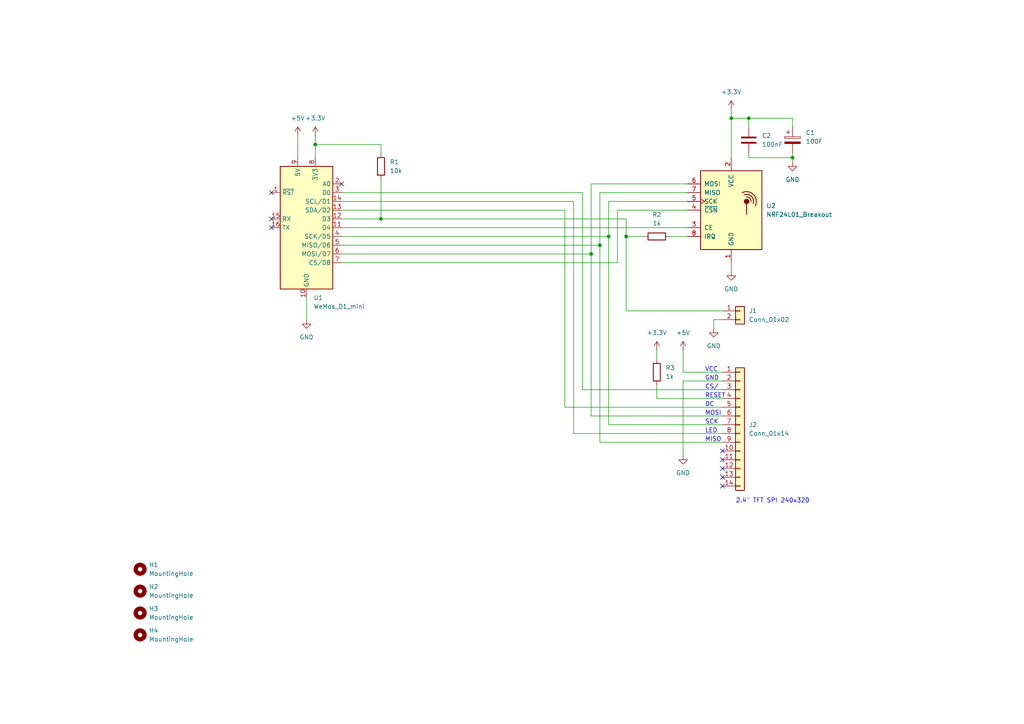
<source format=kicad_sch>
(kicad_sch (version 20211123) (generator eeschema)
  (paper "A4")
  (lib_symbols
    (symbol "Connector_Generic:Conn_01x02" (pin_names (offset 1.016) hide)
      (property "Reference" "J" (at 0 2.54 0))
      (property "Value" "Conn_01x02" (at 0 -5.08 0))
      (symbol "Conn_01x02_1_1"
        (rectangle (start -1.27 -2.413) (end 0 -2.667) (stroke (width 0.1524)))
        (rectangle (start -1.27 0.127) (end 0 -0.127) (stroke (width 0.1524)))
        (rectangle (start -1.27 1.27) (end 1.27 -3.81) (stroke (width 0.254)) (fill (type background)))
        (pin passive line (at -5.08 0 0) (length 3.81) (name "Pin_1") (number "1"))
        (pin passive line (at -5.08 -2.54 0) (length 3.81) (name "Pin_2") (number "2"))
      )
    )
    (symbol "Connector_Generic:Conn_01x14" (pin_names (offset 1.016) hide)
      (property "Reference" "J" (at 0 17.78 0))
      (property "Value" "Conn_01x14" (at 0 -20.32 0))
      (symbol "Conn_01x14_1_1"
        (rectangle (start -1.27 -17.653) (end 0 -17.907) (stroke (width 0.1524)))
        (rectangle (start -1.27 -15.113) (end 0 -15.367) (stroke (width 0.1524)))
        (rectangle (start -1.27 -12.573) (end 0 -12.827) (stroke (width 0.1524)))
        (rectangle (start -1.27 -10.033) (end 0 -10.287) (stroke (width 0.1524)))
        (rectangle (start -1.27 -7.493) (end 0 -7.747) (stroke (width 0.1524)))
        (rectangle (start -1.27 -4.953) (end 0 -5.207) (stroke (width 0.1524)))
        (rectangle (start -1.27 -2.413) (end 0 -2.667) (stroke (width 0.1524)))
        (rectangle (start -1.27 0.127) (end 0 -0.127) (stroke (width 0.1524)))
        (rectangle (start -1.27 2.667) (end 0 2.413) (stroke (width 0.1524)))
        (rectangle (start -1.27 5.207) (end 0 4.953) (stroke (width 0.1524)))
        (rectangle (start -1.27 7.747) (end 0 7.493) (stroke (width 0.1524)))
        (rectangle (start -1.27 10.287) (end 0 10.033) (stroke (width 0.1524)))
        (rectangle (start -1.27 12.827) (end 0 12.573) (stroke (width 0.1524)))
        (rectangle (start -1.27 15.367) (end 0 15.113) (stroke (width 0.1524)))
        (rectangle (start -1.27 16.51) (end 1.27 -19.05) (stroke (width 0.254)) (fill (type background)))
        (pin passive line (at -5.08 15.24 0) (length 3.81) (name "Pin_1") (number "1"))
        (pin passive line (at -5.08 -7.62 0) (length 3.81) (name "Pin_10") (number "10"))
        (pin passive line (at -5.08 -10.16 0) (length 3.81) (name "Pin_11") (number "11"))
        (pin passive line (at -5.08 -12.7 0) (length 3.81) (name "Pin_12") (number "12"))
        (pin passive line (at -5.08 -15.24 0) (length 3.81) (name "Pin_13") (number "13"))
        (pin passive line (at -5.08 -17.78 0) (length 3.81) (name "Pin_14") (number "14"))
        (pin passive line (at -5.08 12.7 0) (length 3.81) (name "Pin_2") (number "2"))
        (pin passive line (at -5.08 10.16 0) (length 3.81) (name "Pin_3") (number "3"))
        (pin passive line (at -5.08 7.62 0) (length 3.81) (name "Pin_4") (number "4"))
        (pin passive line (at -5.08 5.08 0) (length 3.81) (name "Pin_5") (number "5"))
        (pin passive line (at -5.08 2.54 0) (length 3.81) (name "Pin_6") (number "6"))
        (pin passive line (at -5.08 0 0) (length 3.81) (name "Pin_7") (number "7"))
        (pin passive line (at -5.08 -2.54 0) (length 3.81) (name "Pin_8") (number "8"))
        (pin passive line (at -5.08 -5.08 0) (length 3.81) (name "Pin_9") (number "9"))
      )
    )
    (symbol "Device:C" (pin_numbers hide) (pin_names (offset 0.254))
      (property "Reference" "C" (at 0.635 2.54 0))
      (property "Value" "C" (at 0.635 -2.54 0))
      (symbol "C_0_1"
        (polyline (pts (xy -2.032 -0.762) (xy 2.032 -0.762)) (stroke (width 0.508)))
        (polyline (pts (xy -2.032 0.762) (xy 2.032 0.762)) (stroke (width 0.508)))
      )
      (symbol "C_1_1"
        (pin passive line (at 0 3.81 270) (length 2.794) (name "~") (number "1"))
        (pin passive line (at 0 -3.81 90) (length 2.794) (name "~") (number "2"))
      )
    )
    (symbol "Device:C_Polarized" (pin_numbers hide) (pin_names (offset 0.254))
      (property "Reference" "C" (at 0.635 2.54 0))
      (property "Value" "C_Polarized" (at 0.635 -2.54 0))
      (symbol "C_Polarized_0_1"
        (rectangle (start -2.286 0.508) (end 2.286 1.016))
        (polyline (pts (xy -1.778 2.286) (xy -0.762 2.286)))
        (polyline (pts (xy -1.27 2.794) (xy -1.27 1.778)))
        (rectangle (start 2.286 -0.508) (end -2.286 -1.016) (fill (type outline)))
      )
      (symbol "C_Polarized_1_1"
        (pin passive line (at 0 3.81 270) (length 2.794) (name "~") (number "1"))
        (pin passive line (at 0 -3.81 90) (length 2.794) (name "~") (number "2"))
      )
    )
    (symbol "Device:R" (pin_numbers hide) (pin_names (offset 0))
      (property "Reference" "R" (at 2.032 0 90))
      (property "Value" "R" (at 0 0 90))
      (symbol "R_0_1"
        (rectangle (start -1.016 -2.54) (end 1.016 2.54) (stroke (width 0.254)))
      )
      (symbol "R_1_1"
        (pin passive line (at 0 3.81 270) (length 1.27) (name "~") (number "1"))
        (pin passive line (at 0 -3.81 90) (length 1.27) (name "~") (number "2"))
      )
    )
    (symbol "MCU_Module:WeMos_D1_mini"
      (property "Reference" "U" (at 3.81 19.05 0))
      (property "Value" "WeMos_D1_mini" (at 1.27 -19.05 0))
      (symbol "WeMos_D1_mini_1_1"
        (rectangle (start -7.62 17.78) (end 7.62 -17.78) (stroke (width 0.254)) (fill (type background)))
        (pin input line (at -10.16 10.16 0) (length 2.54) (name "~{RST}") (number "1"))
        (pin power_in line (at 0 -20.32 90) (length 2.54) (name "GND") (number "10"))
        (pin bidirectional line (at 10.16 0 180) (length 2.54) (name "D4") (number "11"))
        (pin bidirectional line (at 10.16 2.54 180) (length 2.54) (name "D3") (number "12"))
        (pin bidirectional line (at 10.16 5.08 180) (length 2.54) (name "SDA/D2") (number "13"))
        (pin bidirectional line (at 10.16 7.62 180) (length 2.54) (name "SCL/D1") (number "14"))
        (pin input line (at -10.16 2.54 0) (length 2.54) (name "RX") (number "15"))
        (pin output line (at -10.16 0 0) (length 2.54) (name "TX") (number "16"))
        (pin input line (at 10.16 12.7 180) (length 2.54) (name "A0") (number "2"))
        (pin bidirectional line (at 10.16 10.16 180) (length 2.54) (name "D0") (number "3"))
        (pin bidirectional line (at 10.16 -2.54 180) (length 2.54) (name "SCK/D5") (number "4"))
        (pin bidirectional line (at 10.16 -5.08 180) (length 2.54) (name "MISO/D6") (number "5"))
        (pin bidirectional line (at 10.16 -7.62 180) (length 2.54) (name "MOSI/D7") (number "6"))
        (pin bidirectional line (at 10.16 -10.16 180) (length 2.54) (name "CS/D8") (number "7"))
        (pin power_out line (at 2.54 20.32 270) (length 2.54) (name "3V3") (number "8"))
        (pin power_in line (at -2.54 20.32 270) (length 2.54) (name "5V") (number "9"))
      )
    )
    (symbol "Mechanical:MountingHole" (pin_names (offset 1.016))
      (property "Reference" "H" (at 0 5.08 0))
      (property "Value" "MountingHole" (at 0 3.175 0))
      (symbol "MountingHole_0_1"
        (circle (center 0 0) (radius 1.27) (stroke (width 1.27)))
      )
    )
    (symbol "RF:NRF24L01_Breakout" (pin_names (offset 1.016))
      (property "Reference" "U" (at -8.89 12.7 0))
      (property "Value" "NRF24L01_Breakout" (at 3.81 12.7 0))
      (symbol "NRF24L01_Breakout_0_1"
        (rectangle (start -8.89 11.43) (end 8.89 -11.43) (stroke (width 0.254)) (fill (type background)))
        (polyline (pts (xy 4.445 1.905) (xy 4.445 -1.27)) (stroke (width 0.254)))
        (circle (center 4.445 2.54) (radius 0.635) (stroke (width 0.254)) (fill (type outline)))
        (arc (start 5.715 2.54) (mid 5.3521 3.4546) (end 4.445 3.81) (stroke (width 0.254)))
        (arc (start 6.35 1.905) (mid 5.8763 3.9854) (end 3.81 4.445) (stroke (width 0.254)))
        (arc (start 6.985 1.27) (mid 6.453 4.548) (end 3.175 5.08) (stroke (width 0.254)))
      )
      (symbol "NRF24L01_Breakout_1_1"
        (pin power_in line (at 0 -15.24 90) (length 3.81) (name "GND") (number "1"))
        (pin power_in line (at 0 15.24 270) (length 3.81) (name "VCC") (number "2"))
        (pin input line (at -12.7 -5.08 0) (length 3.81) (name "CE") (number "3"))
        (pin input line (at -12.7 0 0) (length 3.81) (name "~{CSN}") (number "4"))
        (pin input clock (at -12.7 2.54 0) (length 3.81) (name "SCK") (number "5"))
        (pin input line (at -12.7 7.62 0) (length 3.81) (name "MOSI") (number "6"))
        (pin output line (at -12.7 5.08 0) (length 3.81) (name "MISO") (number "7"))
        (pin output line (at -12.7 -7.62 0) (length 3.81) (name "IRQ") (number "8"))
      )
    )
    (symbol "power:+3.3V" (power) (pin_names (offset 0))
      (property "Value" "+3.3V" (at 0 3.556 0))
      (symbol "+3.3V_0_1"
        (polyline (pts (xy -0.762 1.27) (xy 0 2.54)))
        (polyline (pts (xy 0 0) (xy 0 2.54)))
        (polyline (pts (xy 0 2.54) (xy 0.762 1.27)))
      )
      (symbol "+3.3V_1_1"
        (pin power_in line (at 0 0 90) (length 0) hide (name "+3.3V") (number "1"))
      )
    )
    (symbol "power:+5V" (power) (pin_names (offset 0))
      (property "Value" "+5V" (at 0 3.556 0))
      (symbol "+5V_0_1"
        (polyline (pts (xy -0.762 1.27) (xy 0 2.54)))
        (polyline (pts (xy 0 0) (xy 0 2.54)))
        (polyline (pts (xy 0 2.54) (xy 0.762 1.27)))
      )
      (symbol "+5V_1_1"
        (pin power_in line (at 0 0 90) (length 0) hide (name "+5V") (number "1"))
      )
    )
    (symbol "power:GND" (power) (pin_names (offset 0))
      (property "Value" "GND" (at 0 -3.81 0))
      (symbol "GND_0_1"
        (polyline (pts (xy 0 0) (xy 0 -1.27) (xy 1.27 -1.27) (xy 0 -2.54) (xy -1.27 -1.27) (xy 0 -1.27)))
      )
      (symbol "GND_1_1"
        (pin power_in line (at 0 0 270) (length 0) hide (name "GND") (number "1"))
      )
    )
  )
  (junction (at 171.45 73.66))
  (junction (at 181.61 68.58))
  (junction (at 217.17 34.29))
  (junction (at 212.09 34.29))
  (junction (at 110.49 63.5))
  (junction (at 173.99 71.12))
  (junction (at 91.44 41.91))
  (junction (at 229.87 45.72))
  (junction (at 176.53 68.58))
  (no_connect (at 78.74 63.5))
  (no_connect (at 78.74 55.88))
  (no_connect (at 78.74 66.04))
  (no_connect (at 209.55 140.97))
  (no_connect (at 209.55 138.43))
  (no_connect (at 209.55 135.89))
  (no_connect (at 209.55 130.81))
  (no_connect (at 209.55 133.35))
  (no_connect (at 99.06 53.34))
  (wire (pts (xy 217.17 34.29) (xy 217.17 36.83)))
  (wire (pts (xy 217.17 44.45) (xy 217.17 45.72)))
  (wire (pts (xy 86.36 45.72) (xy 86.36 39.37)))
  (wire (pts (xy 173.99 55.88) (xy 199.39 55.88)))
  (wire (pts (xy 91.44 39.37) (xy 91.44 41.91)))
  (wire (pts (xy 217.17 45.72) (xy 229.87 45.72)))
  (wire (pts (xy 198.12 110.49) (xy 209.55 110.49)))
  (wire (pts (xy 181.61 68.58) (xy 186.69 68.58)))
  (wire (pts (xy 176.53 68.58) (xy 176.53 123.19)))
  (wire (pts (xy 91.44 41.91) (xy 110.49 41.91)))
  (wire (pts (xy 209.55 115.57) (xy 190.5 115.57)))
  (wire (pts (xy 176.53 68.58) (xy 176.53 58.42)))
  (wire (pts (xy 194.31 68.58) (xy 199.39 68.58)))
  (wire (pts (xy 209.55 90.17) (xy 181.61 90.17)))
  (wire (pts (xy 99.06 66.04) (xy 199.39 66.04)))
  (wire (pts (xy 99.06 71.12) (xy 173.99 71.12)))
  (wire (pts (xy 99.06 73.66) (xy 171.45 73.66)))
  (wire (pts (xy 99.06 76.2) (xy 179.07 76.2)))
  (wire (pts (xy 198.12 107.95) (xy 198.12 101.6)))
  (wire (pts (xy 198.12 132.08) (xy 198.12 110.49)))
  (wire (pts (xy 110.49 44.45) (xy 110.49 41.91)))
  (wire (pts (xy 212.09 34.29) (xy 217.17 34.29)))
  (wire (pts (xy 209.55 107.95) (xy 198.12 107.95)))
  (wire (pts (xy 99.06 68.58) (xy 176.53 68.58)))
  (wire (pts (xy 166.37 125.73) (xy 209.55 125.73)))
  (wire (pts (xy 163.83 118.11) (xy 209.55 118.11)))
  (wire (pts (xy 212.09 76.2) (xy 212.09 78.74)))
  (wire (pts (xy 171.45 120.65) (xy 209.55 120.65)))
  (wire (pts (xy 99.06 60.96) (xy 163.83 60.96)))
  (wire (pts (xy 110.49 52.07) (xy 110.49 63.5)))
  (wire (pts (xy 179.07 60.96) (xy 199.39 60.96)))
  (wire (pts (xy 176.53 58.42) (xy 199.39 58.42)))
  (wire (pts (xy 229.87 34.29) (xy 229.87 36.83)))
  (wire (pts (xy 163.83 60.96) (xy 163.83 118.11)))
  (wire (pts (xy 212.09 31.75) (xy 212.09 34.29)))
  (wire (pts (xy 99.06 58.42) (xy 166.37 58.42)))
  (wire (pts (xy 168.91 55.88) (xy 168.91 113.03)))
  (wire (pts (xy 181.61 63.5) (xy 181.61 68.58)))
  (wire (pts (xy 168.91 113.03) (xy 209.55 113.03)))
  (wire (pts (xy 110.49 63.5) (xy 181.61 63.5)))
  (wire (pts (xy 88.9 86.36) (xy 88.9 92.71)))
  (wire (pts (xy 229.87 44.45) (xy 229.87 45.72)))
  (wire (pts (xy 173.99 128.27) (xy 209.55 128.27)))
  (wire (pts (xy 176.53 123.19) (xy 209.55 123.19)))
  (wire (pts (xy 91.44 41.91) (xy 91.44 45.72)))
  (wire (pts (xy 229.87 45.72) (xy 229.87 46.99)))
  (wire (pts (xy 173.99 71.12) (xy 173.99 55.88)))
  (wire (pts (xy 171.45 73.66) (xy 171.45 53.34)))
  (wire (pts (xy 190.5 115.57) (xy 190.5 111.76)))
  (wire (pts (xy 181.61 90.17) (xy 181.61 68.58)))
  (wire (pts (xy 166.37 58.42) (xy 166.37 125.73)))
  (wire (pts (xy 99.06 63.5) (xy 110.49 63.5)))
  (wire (pts (xy 171.45 73.66) (xy 171.45 120.65)))
  (wire (pts (xy 209.55 92.71) (xy 207.01 92.71)))
  (wire (pts (xy 207.01 92.71) (xy 207.01 95.25)))
  (wire (pts (xy 217.17 34.29) (xy 229.87 34.29)))
  (wire (pts (xy 179.07 76.2) (xy 179.07 60.96)))
  (wire (pts (xy 171.45 53.34) (xy 199.39 53.34)))
  (wire (pts (xy 173.99 71.12) (xy 173.99 128.27)))
  (wire (pts (xy 99.06 55.88) (xy 168.91 55.88)))
  (wire (pts (xy 190.5 101.6) (xy 190.5 104.14)))
  (wire (pts (xy 212.09 34.29) (xy 212.09 45.72)))
  (text "CS/" (at 204.47 113.03 0) (effects (font (size 1.27 1.27)) (justify left bottom)))
  (text "2.4\" TFT SPI 240x320" (at 213.36 146.05 0) (effects (font (size 1.27 1.27)) (justify left bottom)))
  (text "VCC" (at 204.47 107.95 0) (effects (font (size 1.27 1.27)) (justify left bottom)))
  (text "MOSI" (at 204.47 120.65 0) (effects (font (size 1.27 1.27)) (justify left bottom)))
  (text "SCK" (at 204.47 123.19 0) (effects (font (size 1.27 1.27)) (justify left bottom)))
  (text "DC" (at 204.47 118.11 0) (effects (font (size 1.27 1.27)) (justify left bottom)))
  (text "RESET" (at 204.47 115.57 0) (effects (font (size 1.27 1.27)) (justify left bottom)))
  (text "MISO" (at 204.47 128.27 0) (effects (font (size 1.27 1.27)) (justify left bottom)))
  (text "LED" (at 204.47 125.73 0) (effects (font (size 1.27 1.27)) (justify left bottom)))
  (text "GND" (at 204.47 110.49 0) (effects (font (size 1.27 1.27)) (justify left bottom)))
  (symbol (lib_id "Device:C_Polarized") (at 229.87 40.64 0) (unit 1)
    (property "Reference" "C1" (at 233.68 38.4809 0) (effects (justify left)))
    (property "Value" "100F" (at 233.68 41.0209 0) (effects (justify left)))
    (property "Footprint" "Capacitor_THT:CP_Radial_D5.0mm_P2.50mm" (effects hide))
  )
  (symbol (lib_id "power:GND") (at 88.9 92.71 0) (unit 1)
    (property "Reference" "#PWR02" (effects hide))
    (property "Value" "GND" (at 88.9 97.79 0))
  )
  (symbol (lib_id "power:+5V") (at 198.12 101.6 0) (unit 1)
    (property "Reference" "#PWR05" (effects hide))
    (property "Value" "+5V" (at 198.12 96.52 0))
  )
  (symbol (lib_id "power:GND") (at 212.09 78.74 0) (unit 1)
    (property "Reference" "#PWR09" (effects hide))
    (property "Value" "GND" (at 212.09 83.82 0))
  )
  (symbol (lib_id "power:GND") (at 229.87 46.99 0) (unit 1)
    (property "Reference" "#PWR010" (effects hide))
    (property "Value" "GND" (at 229.87 52.07 0))
  )
  (symbol (lib_id "Mechanical:MountingHole") (at 40.64 165.1 0) (unit 1)
    (property "Reference" "H1" (at 43.18 163.8299 0) (effects (justify left)))
    (property "Value" "MountingHole" (at 43.18 166.3699 0) (effects (justify left)))
    (property "Footprint" "MountingHole:MountingHole_3.2mm_M3_DIN965" (effects hide))
  )
  (symbol (lib_id "Connector_Generic:Conn_01x02") (at 214.63 90.17 0) (unit 1)
    (property "Reference" "J1" (at 217.17 90.1699 0) (effects (justify left)))
    (property "Value" "Conn_01x02" (at 217.17 92.7099 0) (effects (justify left)))
    (property "Footprint" "Connector_PinHeader_2.54mm:PinHeader_1x02_P2.54mm_Vertical" (effects hide))
  )
  (symbol (lib_id "Mechanical:MountingHole") (at 40.64 177.8 0) (unit 1)
    (property "Reference" "H3" (at 43.18 176.5299 0) (effects (justify left)))
    (property "Value" "MountingHole" (at 43.18 179.0699 0) (effects (justify left)))
    (property "Footprint" "MountingHole:MountingHole_3.2mm_M3_DIN965" (effects hide))
  )
  (symbol (lib_id "Device:R") (at 110.49 48.26 0) (unit 1)
    (property "Reference" "R1" (at 113.03 46.9899 0) (effects (justify left)))
    (property "Value" "10k" (at 113.03 49.5299 0) (effects (justify left)))
    (property "Footprint" "Resistor_SMD:R_0603_1608Metric_Pad0.98x0.95mm_HandSolder" (effects hide))
  )
  (symbol (lib_id "Mechanical:MountingHole") (at 40.64 184.15 0) (unit 1)
    (property "Reference" "H4" (at 43.18 182.8799 0) (effects (justify left)))
    (property "Value" "MountingHole" (at 43.18 185.4199 0) (effects (justify left)))
    (property "Footprint" "MountingHole:MountingHole_3.2mm_M3_DIN965" (effects hide))
  )
  (symbol (lib_id "power:+5V") (at 86.36 39.37 0) (unit 1)
    (property "Reference" "#PWR01" (effects hide))
    (property "Value" "+5V" (at 86.36 34.29 0))
  )
  (symbol (lib_id "RF:NRF24L01_Breakout") (at 212.09 60.96 0) (unit 1)
    (property "Reference" "U2" (at 222.25 59.6899 0) (effects (justify left)))
    (property "Value" "NRF24L01_Breakout" (at 222.25 62.2299 0) (effects (justify left)))
    (property "Footprint" "RF_Module:nRF24L01_Breakout" (effects hide))
    (property "Datasheet" "http://www.nordicsemi.com/eng/content/download/2730/34105/file/nRF24L01_Product_Specification_v2_0.pdf" (effects hide))
  )
  (symbol (lib_id "Device:R") (at 190.5 68.58 90) (unit 1)
    (property "Reference" "R2" (at 190.5 62.23 90))
    (property "Value" "1k" (at 190.5 64.77 90))
    (property "Footprint" "Resistor_SMD:R_0603_1608Metric_Pad0.98x0.95mm_HandSolder" (effects hide))
  )
  (symbol (lib_id "power:+3.3V") (at 212.09 31.75 0) (unit 1)
    (property "Reference" "#PWR08" (effects hide))
    (property "Value" "+3.3V" (at 212.09 26.67 0))
  )
  (symbol (lib_id "Device:C") (at 217.17 40.64 0) (unit 1)
    (property "Reference" "C2" (at 220.98 39.3699 0) (effects (justify left)))
    (property "Value" "100nF" (at 220.98 41.9099 0) (effects (justify left)))
    (property "Footprint" "Capacitor_SMD:C_0201_0603Metric_Pad0.64x0.40mm_HandSolder" (effects hide))
  )
  (symbol (lib_id "power:+3.3V") (at 91.44 39.37 0) (unit 1)
    (property "Reference" "#PWR03" (effects hide))
    (property "Value" "+3.3V" (at 91.44 34.29 0))
  )
  (symbol (lib_id "power:GND") (at 207.01 95.25 0) (unit 1)
    (property "Reference" "#PWR07" (effects hide))
    (property "Value" "GND" (at 207.01 100.33 0))
  )
  (symbol (lib_id "power:+3.3V") (at 190.5 101.6 0) (unit 1)
    (property "Reference" "#PWR04" (effects hide))
    (property "Value" "+3.3V" (at 190.5 96.52 0))
  )
  (symbol (lib_id "Mechanical:MountingHole") (at 40.64 171.45 0) (unit 1)
    (property "Reference" "H2" (at 43.18 170.1799 0) (effects (justify left)))
    (property "Value" "MountingHole" (at 43.18 172.7199 0) (effects (justify left)))
    (property "Footprint" "MountingHole:MountingHole_3.2mm_M3_DIN965" (effects hide))
  )
  (symbol (lib_id "Device:R") (at 190.5 107.95 0) (unit 1)
    (property "Reference" "R3" (at 193.04 106.6799 0) (effects (justify left)))
    (property "Value" "1k" (at 193.04 109.2199 0) (effects (justify left)))
    (property "Footprint" "Resistor_SMD:R_0603_1608Metric_Pad0.98x0.95mm_HandSolder" (effects hide))
  )
  (symbol (lib_id "MCU_Module:WeMos_D1_mini") (at 88.9 66.04 0) (unit 1)
    (property "Reference" "U1" (at 90.9194 86.36 0) (effects (justify left)))
    (property "Value" "WeMos_D1_mini" (at 90.9194 88.9 0) (effects (justify left)))
    (property "Footprint" "Module:WEMOS_D1_mini_light" (effects hide))
    (property "Datasheet" "https://wiki.wemos.cc/products:d1:d1_mini#documentation" (effects hide))
  )
  (symbol (lib_id "power:GND") (at 198.12 132.08 0) (unit 1)
    (property "Reference" "#PWR06" (effects hide))
    (property "Value" "GND" (at 198.12 137.16 0))
  )
  (symbol (lib_id "Connector_Generic:Conn_01x14") (at 214.63 123.19 0) (unit 1)
    (property "Reference" "J2" (at 217.17 123.1899 0) (effects (justify left)))
    (property "Value" "Conn_01x14" (at 217.17 125.7299 0) (effects (justify left)))
    (property "Footprint" "Connector_PinHeader_2.54mm:PinHeader_1x14_P2.54mm_Vertical" (effects hide))
  )
)
</source>
